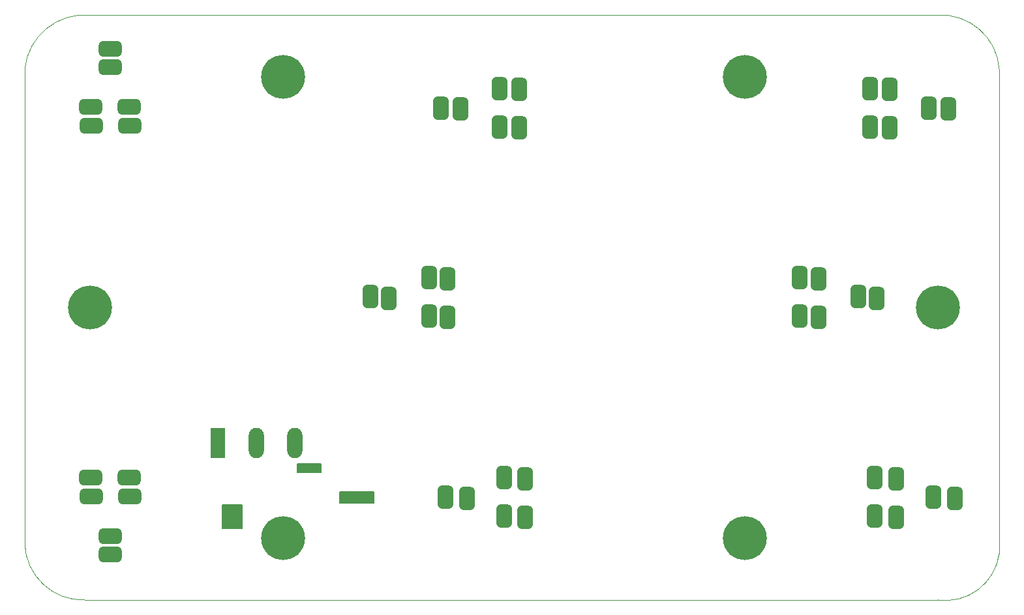
<source format=gbr>
%TF.GenerationSoftware,KiCad,Pcbnew,(6.0.7)*%
%TF.CreationDate,2022-11-15T13:11:22+02:00*%
%TF.ProjectId,Cell_Holder_Board_V2,43656c6c-5f48-46f6-9c64-65725f426f61,rev?*%
%TF.SameCoordinates,Original*%
%TF.FileFunction,Soldermask,Bot*%
%TF.FilePolarity,Negative*%
%FSLAX46Y46*%
G04 Gerber Fmt 4.6, Leading zero omitted, Abs format (unit mm)*
G04 Created by KiCad (PCBNEW (6.0.7)) date 2022-11-15 13:11:22*
%MOMM*%
%LPD*%
G01*
G04 APERTURE LIST*
G04 Aperture macros list*
%AMRoundRect*
0 Rectangle with rounded corners*
0 $1 Rounding radius*
0 $2 $3 $4 $5 $6 $7 $8 $9 X,Y pos of 4 corners*
0 Add a 4 corners polygon primitive as box body*
4,1,4,$2,$3,$4,$5,$6,$7,$8,$9,$2,$3,0*
0 Add four circle primitives for the rounded corners*
1,1,$1+$1,$2,$3*
1,1,$1+$1,$4,$5*
1,1,$1+$1,$6,$7*
1,1,$1+$1,$8,$9*
0 Add four rect primitives between the rounded corners*
20,1,$1+$1,$2,$3,$4,$5,0*
20,1,$1+$1,$4,$5,$6,$7,0*
20,1,$1+$1,$6,$7,$8,$9,0*
20,1,$1+$1,$8,$9,$2,$3,0*%
G04 Aperture macros list end*
%ADD10C,0.150000*%
%TA.AperFunction,Profile*%
%ADD11C,0.100000*%
%TD*%
%ADD12RoundRect,0.500000X0.500000X-1.000000X0.500000X1.000000X-0.500000X1.000000X-0.500000X-1.000000X0*%
%ADD13RoundRect,0.500000X-0.500000X1.000000X-0.500000X-1.000000X0.500000X-1.000000X0.500000X1.000000X0*%
%ADD14C,5.700000*%
%ADD15C,3.600000*%
%ADD16RoundRect,0.500000X-1.000000X-0.500000X1.000000X-0.500000X1.000000X0.500000X-1.000000X0.500000X0*%
%ADD17RoundRect,0.500000X1.000000X0.500000X-1.000000X0.500000X-1.000000X-0.500000X1.000000X-0.500000X0*%
%ADD18R,1.980000X3.960000*%
%ADD19O,1.980000X3.960000*%
G04 APERTURE END LIST*
D10*
X94742000Y-107061000D02*
X91694000Y-107061000D01*
X91694000Y-107061000D02*
X91694000Y-108204000D01*
X91694000Y-108204000D02*
X94742000Y-108204000D01*
X94742000Y-108204000D02*
X94742000Y-107061000D01*
G36*
X94742000Y-107061000D02*
G01*
X91694000Y-107061000D01*
X91694000Y-108204000D01*
X94742000Y-108204000D01*
X94742000Y-107061000D01*
G37*
X97155000Y-110744000D02*
X101600000Y-110744000D01*
X101600000Y-110744000D02*
X101600000Y-112141000D01*
X101600000Y-112141000D02*
X97155000Y-112141000D01*
X97155000Y-112141000D02*
X97155000Y-110744000D01*
G36*
X97155000Y-110744000D02*
G01*
X101600000Y-110744000D01*
X101600000Y-112141000D01*
X97155000Y-112141000D01*
X97155000Y-110744000D01*
G37*
X81915000Y-112395000D02*
X84455000Y-112395000D01*
X84455000Y-112395000D02*
X84455000Y-115443000D01*
X84455000Y-115443000D02*
X81915000Y-115443000D01*
X81915000Y-115443000D02*
X81915000Y-112395000D01*
G36*
X81915000Y-112395000D02*
G01*
X84455000Y-112395000D01*
X84455000Y-115443000D01*
X81915000Y-115443000D01*
X81915000Y-112395000D01*
G37*
D11*
X56278400Y-117520400D02*
G75*
G03*
X64028400Y-124770400I7563800J318200D01*
G01*
X182778400Y-118770400D02*
X182778400Y-55770400D01*
X174778400Y-124770402D02*
G75*
G03*
X182778400Y-118770400I1010310J6986252D01*
G01*
X64028400Y-124770400D02*
X174778400Y-124770400D01*
X174778400Y-48770400D02*
X64778400Y-48770400D01*
X64778401Y-48770393D02*
G75*
G03*
X56278400Y-55770400I-731671J-7772257D01*
G01*
X56278400Y-55770400D02*
X56278400Y-117520400D01*
X182778413Y-55770399D02*
G75*
G03*
X174778400Y-48770400I-7530713J-535101D01*
G01*
D12*
%TO.C,BT2*%
X101162800Y-85358600D03*
X108762800Y-82858600D03*
X108762800Y-87858600D03*
D13*
X156895800Y-82858600D03*
X164495800Y-85358600D03*
X156895800Y-87858600D03*
%TD*%
D12*
%TO.C,BT1*%
X120421400Y-58398400D03*
X120421400Y-63398400D03*
X112821400Y-60898400D03*
D13*
X168554400Y-63398400D03*
X168554400Y-58398400D03*
X176154400Y-60898400D03*
%TD*%
D14*
%TO.C,H4*%
X149778400Y-56770400D03*
D15*
X149778400Y-56770400D03*
%TD*%
D14*
%TO.C,H6*%
X64778400Y-86770400D03*
D15*
X64778400Y-86770400D03*
%TD*%
%TO.C,H2*%
X149778400Y-116770400D03*
D14*
X149778400Y-116770400D03*
%TD*%
D12*
%TO.C,BT3*%
X121246900Y-114029000D03*
X121246900Y-109029000D03*
X113646900Y-111529000D03*
D13*
X169379900Y-114029000D03*
X169379900Y-109029000D03*
X176979900Y-111529000D03*
%TD*%
D16*
%TO.C,BT4*%
X64897000Y-63144400D03*
X67397000Y-55544400D03*
X69897000Y-63144400D03*
D17*
X69897000Y-111277400D03*
X64897000Y-111277400D03*
X67397000Y-118877400D03*
%TD*%
D18*
%TO.C,J1*%
X81305400Y-104394000D03*
D19*
X86305400Y-104394000D03*
X91305400Y-104394000D03*
%TD*%
D14*
%TO.C,H1*%
X89778400Y-116770400D03*
D15*
X89778400Y-116770400D03*
%TD*%
D14*
%TO.C,H3*%
X174778400Y-86770400D03*
D15*
X174778400Y-86770400D03*
%TD*%
D14*
%TO.C,H5*%
X89778400Y-56770400D03*
D15*
X89778400Y-56770400D03*
%TD*%
D13*
%TO.C,BT7*%
X117881400Y-58318400D03*
X117881400Y-63318400D03*
X110281400Y-60818400D03*
D12*
X166014400Y-58318400D03*
X166014400Y-63318400D03*
X173614400Y-60818400D03*
%TD*%
D17*
%TO.C,BT5*%
X64833000Y-60718700D03*
X67333000Y-53118700D03*
X69833000Y-60718700D03*
D16*
X67333000Y-116451700D03*
X64833000Y-108851700D03*
X69833000Y-108851700D03*
%TD*%
D13*
%TO.C,BT6*%
X110878300Y-111381400D03*
X118478300Y-113881400D03*
X118478300Y-108881400D03*
D12*
X166611300Y-108881400D03*
X174211300Y-111381400D03*
X166611300Y-113881400D03*
%TD*%
D13*
%TO.C,BT8*%
X103550400Y-85558000D03*
X111150400Y-88058000D03*
X111150400Y-83058000D03*
D12*
X166883400Y-85558000D03*
X159283400Y-83058000D03*
X159283400Y-88058000D03*
%TD*%
M02*

</source>
